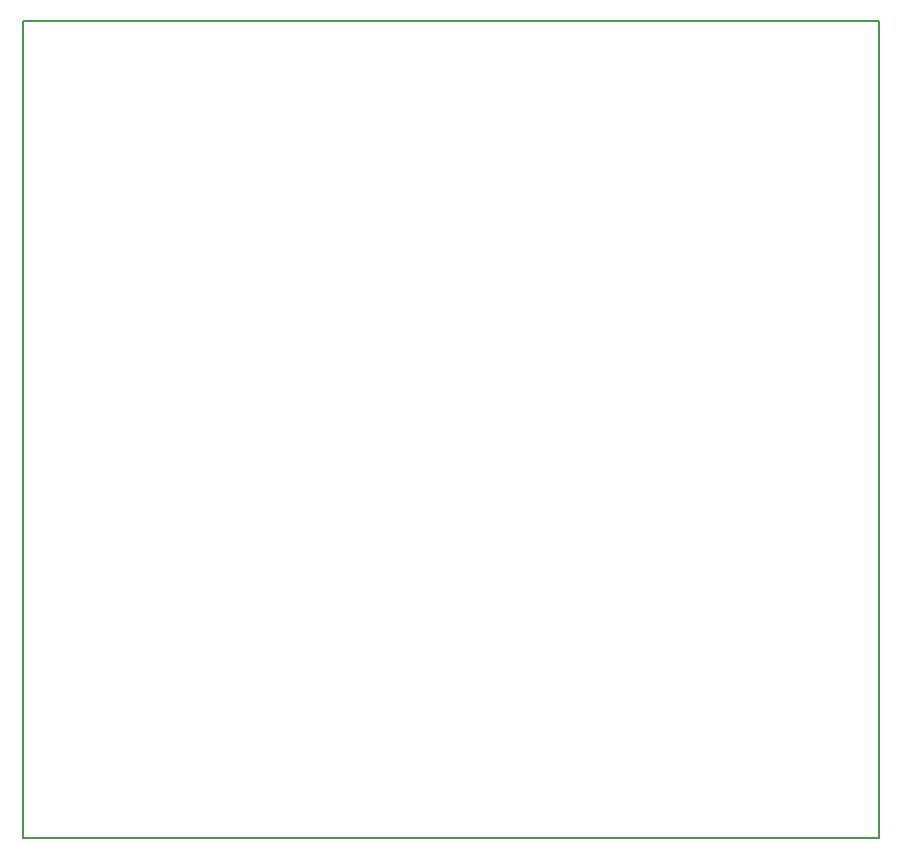
<source format=gm1>
G04 MADE WITH FRITZING*
G04 WWW.FRITZING.ORG*
G04 DOUBLE SIDED*
G04 HOLES PLATED*
G04 CONTOUR ON CENTER OF CONTOUR VECTOR*
%ASAXBY*%
%FSLAX23Y23*%
%MOIN*%
%OFA0B0*%
%SFA1.0B1.0*%
%ADD10R,2.860880X2.731800*%
%ADD11C,0.008000*%
%ADD10C,0.008*%
%LNCONTOUR*%
G90*
G70*
G54D10*
G54D11*
X4Y2728D02*
X2857Y2728D01*
X2857Y4D01*
X4Y4D01*
X4Y2728D01*
D02*
G04 End of contour*
M02*
</source>
